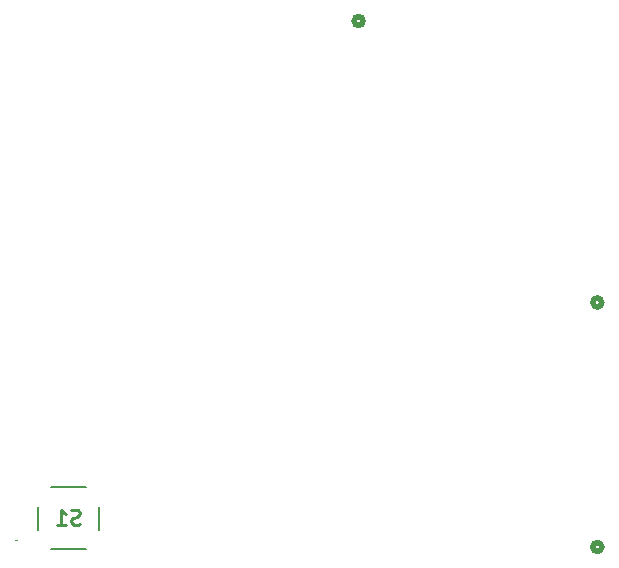
<source format=gbo>
G04 #@! TF.GenerationSoftware,KiCad,Pcbnew,8.0.5*
G04 #@! TF.CreationDate,2025-06-12T17:02:52+03:00*
G04 #@! TF.ProjectId,Main Board,4d61696e-2042-46f6-9172-642e6b696361,rev?*
G04 #@! TF.SameCoordinates,Original*
G04 #@! TF.FileFunction,Legend,Bot*
G04 #@! TF.FilePolarity,Positive*
%FSLAX46Y46*%
G04 Gerber Fmt 4.6, Leading zero omitted, Abs format (unit mm)*
G04 Created by KiCad (PCBNEW 8.0.5) date 2025-06-12 17:02:52*
%MOMM*%
%LPD*%
G01*
G04 APERTURE LIST*
%ADD10C,0.254000*%
%ADD11C,0.508000*%
%ADD12C,0.100000*%
%ADD13C,0.200000*%
%ADD14C,1.000000*%
%ADD15C,3.200000*%
%ADD16R,1.700000X1.000000*%
G04 APERTURE END LIST*
D10*
X147192619Y-89163842D02*
X147011190Y-89224318D01*
X147011190Y-89224318D02*
X146708809Y-89224318D01*
X146708809Y-89224318D02*
X146587857Y-89163842D01*
X146587857Y-89163842D02*
X146527381Y-89103365D01*
X146527381Y-89103365D02*
X146466904Y-88982413D01*
X146466904Y-88982413D02*
X146466904Y-88861461D01*
X146466904Y-88861461D02*
X146527381Y-88740508D01*
X146527381Y-88740508D02*
X146587857Y-88680032D01*
X146587857Y-88680032D02*
X146708809Y-88619556D01*
X146708809Y-88619556D02*
X146950714Y-88559080D01*
X146950714Y-88559080D02*
X147071666Y-88498603D01*
X147071666Y-88498603D02*
X147132143Y-88438127D01*
X147132143Y-88438127D02*
X147192619Y-88317175D01*
X147192619Y-88317175D02*
X147192619Y-88196222D01*
X147192619Y-88196222D02*
X147132143Y-88075270D01*
X147132143Y-88075270D02*
X147071666Y-88014794D01*
X147071666Y-88014794D02*
X146950714Y-87954318D01*
X146950714Y-87954318D02*
X146648333Y-87954318D01*
X146648333Y-87954318D02*
X146466904Y-88014794D01*
X145257380Y-89224318D02*
X145983095Y-89224318D01*
X145620238Y-89224318D02*
X145620238Y-87954318D01*
X145620238Y-87954318D02*
X145741190Y-88135746D01*
X145741190Y-88135746D02*
X145862142Y-88256699D01*
X145862142Y-88256699D02*
X145983095Y-88317175D01*
D11*
X171168500Y-46579000D02*
G75*
G02*
X170406500Y-46579000I-381000J0D01*
G01*
X170406500Y-46579000D02*
G75*
G02*
X171168500Y-46579000I381000J0D01*
G01*
X191377000Y-91109700D02*
G75*
G02*
X190615000Y-91109700I-381000J0D01*
G01*
X190615000Y-91109700D02*
G75*
G02*
X191377000Y-91109700I381000J0D01*
G01*
X191377000Y-70415800D02*
G75*
G02*
X190615000Y-70415800I-381000J0D01*
G01*
X190615000Y-70415800D02*
G75*
G02*
X191377000Y-70415800I381000J0D01*
G01*
D12*
X141725000Y-90550000D02*
X141725000Y-90550000D01*
X141825000Y-90550000D02*
X141825000Y-90550000D01*
D13*
X143625000Y-87750000D02*
X143625000Y-89650000D01*
X147725000Y-86050000D02*
X144725000Y-86050000D01*
X147725000Y-91250000D02*
X144725000Y-91250000D01*
X148825000Y-87750000D02*
X148825000Y-89650000D01*
D12*
X141725000Y-90550000D02*
G75*
G02*
X141825000Y-90550000I50000J0D01*
G01*
X141825000Y-90550000D02*
G75*
G02*
X141725000Y-90550000I-50000J0D01*
G01*
%LPC*%
D14*
X171125000Y-89200000D03*
X179125000Y-89200000D03*
D15*
X104000000Y-41500000D03*
X196000000Y-96000000D03*
X104000000Y-96000000D03*
X196000000Y-41500000D03*
D16*
X143075000Y-90550000D03*
X149375000Y-90550000D03*
X143075000Y-86750000D03*
X149375000Y-86750000D03*
%LPD*%
M02*

</source>
